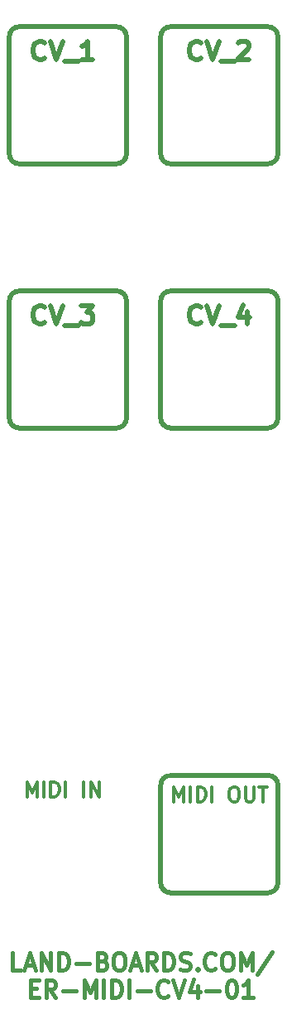
<source format=gto>
%TF.GenerationSoftware,KiCad,Pcbnew,(6.0.1)*%
%TF.CreationDate,2022-10-24T08:42:42-04:00*%
%TF.ProjectId,ER-MIDI-VC4-01_PANEL,45522d4d-4944-4492-9d56-43342d30315f,1*%
%TF.SameCoordinates,Original*%
%TF.FileFunction,Legend,Top*%
%TF.FilePolarity,Positive*%
%FSLAX46Y46*%
G04 Gerber Fmt 4.6, Leading zero omitted, Abs format (unit mm)*
G04 Created by KiCad (PCBNEW (6.0.1)) date 2022-10-24 08:42:42*
%MOMM*%
%LPD*%
G01*
G04 APERTURE LIST*
%ADD10C,0.500000*%
%ADD11C,0.375000*%
%ADD12C,0.469900*%
%ADD13C,0.437500*%
G04 APERTURE END LIST*
D10*
X42500000Y-79000000D02*
X42500000Y-67000000D01*
X53500000Y-80000000D02*
X43500000Y-80000000D01*
X54500000Y-67000000D02*
X54500000Y-79000000D01*
X43500000Y-66000000D02*
X53500000Y-66000000D01*
X27000000Y-79000000D02*
X27000000Y-67000000D01*
X38000000Y-80000000D02*
X28000000Y-80000000D01*
X39000000Y-67000000D02*
X39000000Y-79000000D01*
X37500000Y-66000000D02*
X38000000Y-66000000D01*
X28000000Y-66000000D02*
X37500000Y-66000000D01*
X53500000Y-53000003D02*
X43500000Y-53000003D01*
X54500000Y-40000003D02*
X54500000Y-52000003D01*
X43500000Y-39000003D02*
X53500000Y-39000003D01*
X42500000Y-40000003D02*
X42500000Y-52000003D01*
X27000000Y-52000003D02*
X27000000Y-40000003D01*
X38000000Y-53000003D02*
X28000000Y-53000003D01*
X39000000Y-40000003D02*
X39000000Y-52000003D01*
X28000000Y-39000003D02*
X38000000Y-39000003D01*
X43500000Y-66000003D02*
G75*
G03*
X42500000Y-67000000I-3J-999997D01*
G01*
X54499997Y-67000000D02*
G75*
G03*
X53500000Y-66000000I-999997J3D01*
G01*
X53500000Y-79999997D02*
G75*
G03*
X54500000Y-79000000I3J999997D01*
G01*
X42500003Y-79000000D02*
G75*
G03*
X43500000Y-80000000I999997J-3D01*
G01*
X27000003Y-79000000D02*
G75*
G03*
X28000000Y-80000000I999997J-3D01*
G01*
X38000000Y-79999997D02*
G75*
G03*
X39000000Y-79000000I3J999997D01*
G01*
X38999997Y-67000000D02*
G75*
G03*
X38000000Y-66000000I-999997J3D01*
G01*
X28000000Y-66000003D02*
G75*
G03*
X27000000Y-67000000I-3J-999997D01*
G01*
X43500000Y-39000006D02*
G75*
G03*
X42500000Y-40000003I-3J-999997D01*
G01*
X54499997Y-40000003D02*
G75*
G03*
X53500000Y-39000003I-999997J3D01*
G01*
X53500000Y-53000000D02*
G75*
G03*
X54500000Y-52000003I3J999997D01*
G01*
X42500003Y-52000003D02*
G75*
G03*
X43500000Y-53000003I999997J-3D01*
G01*
X27000003Y-52000003D02*
G75*
G03*
X28000000Y-53000003I999997J-3D01*
G01*
X38000000Y-53000000D02*
G75*
G03*
X39000000Y-52000003I3J999997D01*
G01*
X38999997Y-40000003D02*
G75*
G03*
X38000000Y-39000003I-999997J3D01*
G01*
X28000000Y-39000006D02*
G75*
G03*
X27000000Y-40000003I-3J-999997D01*
G01*
X53500000Y-127500000D02*
X43500000Y-127500000D01*
X54500000Y-116500000D02*
X54500000Y-126500000D01*
X43500000Y-115500000D02*
X53500000Y-115500000D01*
X42500000Y-126500000D02*
X42500000Y-116500000D01*
X42500003Y-126500000D02*
G75*
G03*
X43500000Y-127500000I999997J-3D01*
G01*
X53500000Y-127499997D02*
G75*
G03*
X54500000Y-126500000I3J999997D01*
G01*
X54499997Y-116500000D02*
G75*
G03*
X53500000Y-115500000I-999997J3D01*
G01*
X43500000Y-115500003D02*
G75*
G03*
X42500000Y-116500000I-3J-999997D01*
G01*
D11*
X43821428Y-118178571D02*
X43821428Y-116678571D01*
X44321428Y-117750000D01*
X44821428Y-116678571D01*
X44821428Y-118178571D01*
X45535714Y-118178571D02*
X45535714Y-116678571D01*
X46250000Y-118178571D02*
X46250000Y-116678571D01*
X46607142Y-116678571D01*
X46821428Y-116750000D01*
X46964285Y-116892857D01*
X47035714Y-117035714D01*
X47107142Y-117321428D01*
X47107142Y-117535714D01*
X47035714Y-117821428D01*
X46964285Y-117964285D01*
X46821428Y-118107142D01*
X46607142Y-118178571D01*
X46250000Y-118178571D01*
X47750000Y-118178571D02*
X47750000Y-116678571D01*
X49892857Y-116678571D02*
X50178571Y-116678571D01*
X50321428Y-116750000D01*
X50464285Y-116892857D01*
X50535714Y-117178571D01*
X50535714Y-117678571D01*
X50464285Y-117964285D01*
X50321428Y-118107142D01*
X50178571Y-118178571D01*
X49892857Y-118178571D01*
X49750000Y-118107142D01*
X49607142Y-117964285D01*
X49535714Y-117678571D01*
X49535714Y-117178571D01*
X49607142Y-116892857D01*
X49750000Y-116750000D01*
X49892857Y-116678571D01*
X51178571Y-116678571D02*
X51178571Y-117892857D01*
X51250000Y-118035714D01*
X51321428Y-118107142D01*
X51464285Y-118178571D01*
X51750000Y-118178571D01*
X51892857Y-118107142D01*
X51964285Y-118035714D01*
X52035714Y-117892857D01*
X52035714Y-116678571D01*
X52535714Y-116678571D02*
X53392857Y-116678571D01*
X52964285Y-118178571D02*
X52964285Y-116678571D01*
X28821428Y-117678571D02*
X28821428Y-116178571D01*
X29321428Y-117250000D01*
X29821428Y-116178571D01*
X29821428Y-117678571D01*
X30535714Y-117678571D02*
X30535714Y-116178571D01*
X31250000Y-117678571D02*
X31250000Y-116178571D01*
X31607142Y-116178571D01*
X31821428Y-116250000D01*
X31964285Y-116392857D01*
X32035714Y-116535714D01*
X32107142Y-116821428D01*
X32107142Y-117035714D01*
X32035714Y-117321428D01*
X31964285Y-117464285D01*
X31821428Y-117607142D01*
X31607142Y-117678571D01*
X31250000Y-117678571D01*
X32750000Y-117678571D02*
X32750000Y-116178571D01*
X34607142Y-117678571D02*
X34607142Y-116178571D01*
X35321428Y-117678571D02*
X35321428Y-116178571D01*
X36178571Y-117678571D01*
X36178571Y-116178571D01*
D12*
X46640357Y-42171285D02*
X46549642Y-42260790D01*
X46277500Y-42350295D01*
X46096071Y-42350295D01*
X45823928Y-42260790D01*
X45642500Y-42081780D01*
X45551785Y-41902771D01*
X45461071Y-41544752D01*
X45461071Y-41276238D01*
X45551785Y-40918219D01*
X45642500Y-40739209D01*
X45823928Y-40560200D01*
X46096071Y-40470695D01*
X46277500Y-40470695D01*
X46549642Y-40560200D01*
X46640357Y-40649704D01*
X47184642Y-40470695D02*
X47819642Y-42350295D01*
X48454642Y-40470695D01*
X48636071Y-42529304D02*
X50087500Y-42529304D01*
X50450357Y-40649704D02*
X50541071Y-40560200D01*
X50722500Y-40470695D01*
X51176071Y-40470695D01*
X51357500Y-40560200D01*
X51448214Y-40649704D01*
X51538928Y-40828714D01*
X51538928Y-41007723D01*
X51448214Y-41276238D01*
X50359642Y-42350295D01*
X51538928Y-42350295D01*
X46640357Y-69171285D02*
X46549642Y-69260790D01*
X46277500Y-69350295D01*
X46096071Y-69350295D01*
X45823928Y-69260790D01*
X45642500Y-69081780D01*
X45551785Y-68902771D01*
X45461071Y-68544752D01*
X45461071Y-68276238D01*
X45551785Y-67918219D01*
X45642500Y-67739209D01*
X45823928Y-67560200D01*
X46096071Y-67470695D01*
X46277500Y-67470695D01*
X46549642Y-67560200D01*
X46640357Y-67649704D01*
X47184642Y-67470695D02*
X47819642Y-69350295D01*
X48454642Y-67470695D01*
X48636071Y-69529304D02*
X50087500Y-69529304D01*
X51357500Y-68097228D02*
X51357500Y-69350295D01*
X50903928Y-67381190D02*
X50450357Y-68723761D01*
X51629642Y-68723761D01*
X30640357Y-69171285D02*
X30549642Y-69260790D01*
X30277500Y-69350295D01*
X30096071Y-69350295D01*
X29823928Y-69260790D01*
X29642500Y-69081780D01*
X29551785Y-68902771D01*
X29461071Y-68544752D01*
X29461071Y-68276238D01*
X29551785Y-67918219D01*
X29642500Y-67739209D01*
X29823928Y-67560200D01*
X30096071Y-67470695D01*
X30277500Y-67470695D01*
X30549642Y-67560200D01*
X30640357Y-67649704D01*
X31184642Y-67470695D02*
X31819642Y-69350295D01*
X32454642Y-67470695D01*
X32636071Y-69529304D02*
X34087500Y-69529304D01*
X34359642Y-67470695D02*
X35538928Y-67470695D01*
X34903928Y-68186733D01*
X35176071Y-68186733D01*
X35357500Y-68276238D01*
X35448214Y-68365742D01*
X35538928Y-68544752D01*
X35538928Y-68992276D01*
X35448214Y-69171285D01*
X35357500Y-69260790D01*
X35176071Y-69350295D01*
X34631785Y-69350295D01*
X34450357Y-69260790D01*
X34359642Y-69171285D01*
D13*
X28166666Y-135382916D02*
X27333333Y-135382916D01*
X27333333Y-133632916D01*
X28666666Y-134882916D02*
X29500000Y-134882916D01*
X28500000Y-135382916D02*
X29083333Y-133632916D01*
X29666666Y-135382916D01*
X30250000Y-135382916D02*
X30250000Y-133632916D01*
X31250000Y-135382916D01*
X31250000Y-133632916D01*
X32083333Y-135382916D02*
X32083333Y-133632916D01*
X32500000Y-133632916D01*
X32750000Y-133716250D01*
X32916666Y-133882916D01*
X33000000Y-134049583D01*
X33083333Y-134382916D01*
X33083333Y-134632916D01*
X33000000Y-134966250D01*
X32916666Y-135132916D01*
X32750000Y-135299583D01*
X32500000Y-135382916D01*
X32083333Y-135382916D01*
X33833333Y-134716250D02*
X35166666Y-134716250D01*
X36583333Y-134466250D02*
X36833333Y-134549583D01*
X36916666Y-134632916D01*
X37000000Y-134799583D01*
X37000000Y-135049583D01*
X36916666Y-135216250D01*
X36833333Y-135299583D01*
X36666666Y-135382916D01*
X36000000Y-135382916D01*
X36000000Y-133632916D01*
X36583333Y-133632916D01*
X36750000Y-133716250D01*
X36833333Y-133799583D01*
X36916666Y-133966250D01*
X36916666Y-134132916D01*
X36833333Y-134299583D01*
X36750000Y-134382916D01*
X36583333Y-134466250D01*
X36000000Y-134466250D01*
X38083333Y-133632916D02*
X38416666Y-133632916D01*
X38583333Y-133716250D01*
X38750000Y-133882916D01*
X38833333Y-134216250D01*
X38833333Y-134799583D01*
X38750000Y-135132916D01*
X38583333Y-135299583D01*
X38416666Y-135382916D01*
X38083333Y-135382916D01*
X37916666Y-135299583D01*
X37750000Y-135132916D01*
X37666666Y-134799583D01*
X37666666Y-134216250D01*
X37750000Y-133882916D01*
X37916666Y-133716250D01*
X38083333Y-133632916D01*
X39500000Y-134882916D02*
X40333333Y-134882916D01*
X39333333Y-135382916D02*
X39916666Y-133632916D01*
X40500000Y-135382916D01*
X42083333Y-135382916D02*
X41500000Y-134549583D01*
X41083333Y-135382916D02*
X41083333Y-133632916D01*
X41750000Y-133632916D01*
X41916666Y-133716250D01*
X42000000Y-133799583D01*
X42083333Y-133966250D01*
X42083333Y-134216250D01*
X42000000Y-134382916D01*
X41916666Y-134466250D01*
X41750000Y-134549583D01*
X41083333Y-134549583D01*
X42833333Y-135382916D02*
X42833333Y-133632916D01*
X43250000Y-133632916D01*
X43500000Y-133716250D01*
X43666666Y-133882916D01*
X43750000Y-134049583D01*
X43833333Y-134382916D01*
X43833333Y-134632916D01*
X43750000Y-134966250D01*
X43666666Y-135132916D01*
X43500000Y-135299583D01*
X43250000Y-135382916D01*
X42833333Y-135382916D01*
X44500000Y-135299583D02*
X44750000Y-135382916D01*
X45166666Y-135382916D01*
X45333333Y-135299583D01*
X45416666Y-135216250D01*
X45500000Y-135049583D01*
X45500000Y-134882916D01*
X45416666Y-134716250D01*
X45333333Y-134632916D01*
X45166666Y-134549583D01*
X44833333Y-134466250D01*
X44666666Y-134382916D01*
X44583333Y-134299583D01*
X44500000Y-134132916D01*
X44500000Y-133966250D01*
X44583333Y-133799583D01*
X44666666Y-133716250D01*
X44833333Y-133632916D01*
X45250000Y-133632916D01*
X45500000Y-133716250D01*
X46250000Y-135216250D02*
X46333333Y-135299583D01*
X46250000Y-135382916D01*
X46166666Y-135299583D01*
X46250000Y-135216250D01*
X46250000Y-135382916D01*
X48083333Y-135216250D02*
X48000000Y-135299583D01*
X47750000Y-135382916D01*
X47583333Y-135382916D01*
X47333333Y-135299583D01*
X47166666Y-135132916D01*
X47083333Y-134966250D01*
X47000000Y-134632916D01*
X47000000Y-134382916D01*
X47083333Y-134049583D01*
X47166666Y-133882916D01*
X47333333Y-133716250D01*
X47583333Y-133632916D01*
X47750000Y-133632916D01*
X48000000Y-133716250D01*
X48083333Y-133799583D01*
X49166666Y-133632916D02*
X49500000Y-133632916D01*
X49666666Y-133716250D01*
X49833333Y-133882916D01*
X49916666Y-134216250D01*
X49916666Y-134799583D01*
X49833333Y-135132916D01*
X49666666Y-135299583D01*
X49500000Y-135382916D01*
X49166666Y-135382916D01*
X49000000Y-135299583D01*
X48833333Y-135132916D01*
X48750000Y-134799583D01*
X48750000Y-134216250D01*
X48833333Y-133882916D01*
X49000000Y-133716250D01*
X49166666Y-133632916D01*
X50666666Y-135382916D02*
X50666666Y-133632916D01*
X51250000Y-134882916D01*
X51833333Y-133632916D01*
X51833333Y-135382916D01*
X53916666Y-133549583D02*
X52416666Y-135799583D01*
X29166666Y-137283750D02*
X29750000Y-137283750D01*
X30000000Y-138200416D02*
X29166666Y-138200416D01*
X29166666Y-136450416D01*
X30000000Y-136450416D01*
X31750000Y-138200416D02*
X31166666Y-137367083D01*
X30750000Y-138200416D02*
X30750000Y-136450416D01*
X31416666Y-136450416D01*
X31583333Y-136533750D01*
X31666666Y-136617083D01*
X31750000Y-136783750D01*
X31750000Y-137033750D01*
X31666666Y-137200416D01*
X31583333Y-137283750D01*
X31416666Y-137367083D01*
X30750000Y-137367083D01*
X32500000Y-137533750D02*
X33833333Y-137533750D01*
X34666666Y-138200416D02*
X34666666Y-136450416D01*
X35250000Y-137700416D01*
X35833333Y-136450416D01*
X35833333Y-138200416D01*
X36666666Y-138200416D02*
X36666666Y-136450416D01*
X37500000Y-138200416D02*
X37500000Y-136450416D01*
X37916666Y-136450416D01*
X38166666Y-136533750D01*
X38333333Y-136700416D01*
X38416666Y-136867083D01*
X38500000Y-137200416D01*
X38500000Y-137450416D01*
X38416666Y-137783750D01*
X38333333Y-137950416D01*
X38166666Y-138117083D01*
X37916666Y-138200416D01*
X37500000Y-138200416D01*
X39250000Y-138200416D02*
X39250000Y-136450416D01*
X40083333Y-137533750D02*
X41416666Y-137533750D01*
X43250000Y-138033750D02*
X43166666Y-138117083D01*
X42916666Y-138200416D01*
X42750000Y-138200416D01*
X42500000Y-138117083D01*
X42333333Y-137950416D01*
X42250000Y-137783750D01*
X42166666Y-137450416D01*
X42166666Y-137200416D01*
X42250000Y-136867083D01*
X42333333Y-136700416D01*
X42500000Y-136533750D01*
X42750000Y-136450416D01*
X42916666Y-136450416D01*
X43166666Y-136533750D01*
X43250000Y-136617083D01*
X43750000Y-136450416D02*
X44333333Y-138200416D01*
X44916666Y-136450416D01*
X46250000Y-137033750D02*
X46250000Y-138200416D01*
X45833333Y-136367083D02*
X45416666Y-137617083D01*
X46500000Y-137617083D01*
X47166666Y-137533750D02*
X48500000Y-137533750D01*
X49666666Y-136450416D02*
X49833333Y-136450416D01*
X50000000Y-136533750D01*
X50083333Y-136617083D01*
X50166666Y-136783750D01*
X50250000Y-137117083D01*
X50250000Y-137533750D01*
X50166666Y-137867083D01*
X50083333Y-138033750D01*
X50000000Y-138117083D01*
X49833333Y-138200416D01*
X49666666Y-138200416D01*
X49500000Y-138117083D01*
X49416666Y-138033750D01*
X49333333Y-137867083D01*
X49250000Y-137533750D01*
X49250000Y-137117083D01*
X49333333Y-136783750D01*
X49416666Y-136617083D01*
X49500000Y-136533750D01*
X49666666Y-136450416D01*
X51916666Y-138200416D02*
X50916666Y-138200416D01*
X51416666Y-138200416D02*
X51416666Y-136450416D01*
X51250000Y-136700416D01*
X51083333Y-136867083D01*
X50916666Y-136950416D01*
D12*
X30640357Y-42171285D02*
X30549642Y-42260790D01*
X30277500Y-42350295D01*
X30096071Y-42350295D01*
X29823928Y-42260790D01*
X29642500Y-42081780D01*
X29551785Y-41902771D01*
X29461071Y-41544752D01*
X29461071Y-41276238D01*
X29551785Y-40918219D01*
X29642500Y-40739209D01*
X29823928Y-40560200D01*
X30096071Y-40470695D01*
X30277500Y-40470695D01*
X30549642Y-40560200D01*
X30640357Y-40649704D01*
X31184642Y-40470695D02*
X31819642Y-42350295D01*
X32454642Y-40470695D01*
X32636071Y-42529304D02*
X34087500Y-42529304D01*
X35538928Y-42350295D02*
X34450357Y-42350295D01*
X34994642Y-42350295D02*
X34994642Y-40470695D01*
X34813214Y-40739209D01*
X34631785Y-40918219D01*
X34450357Y-41007723D01*
M02*

</source>
